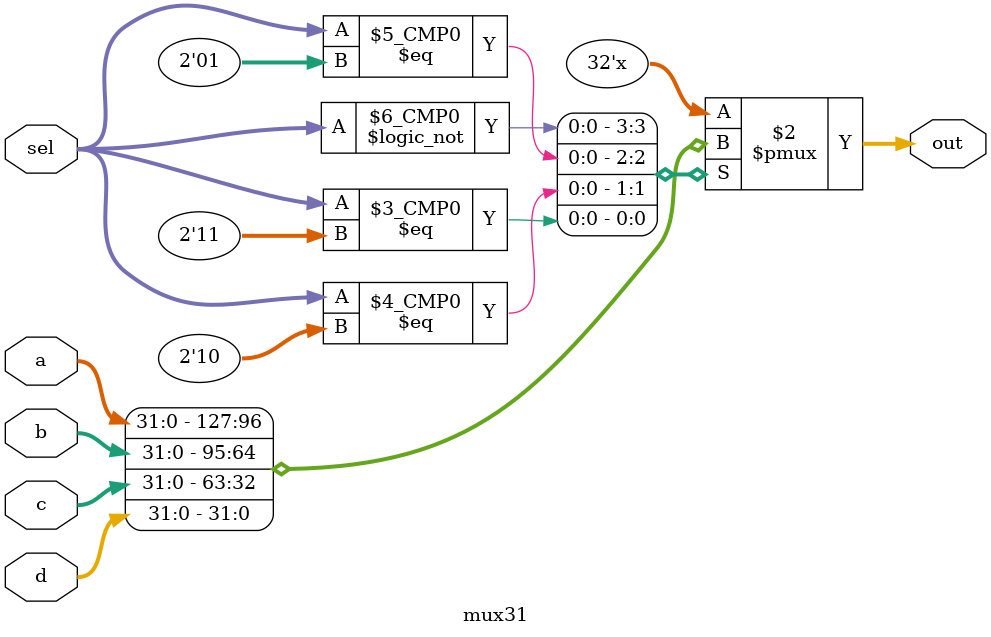
<source format=sv>
module mux31 (input [31:0] a, b, c, d, input logic [1:0] sel ,output logic [31:0] out);

    always_comb
    begin
        case(sel)
        2'b00: out = a;
        2'b01: out = b;
        2'b10: out = c;
        2'b11: out = d;
        default: out = 32'b0;
        endcase
    end

endmodule 
</source>
